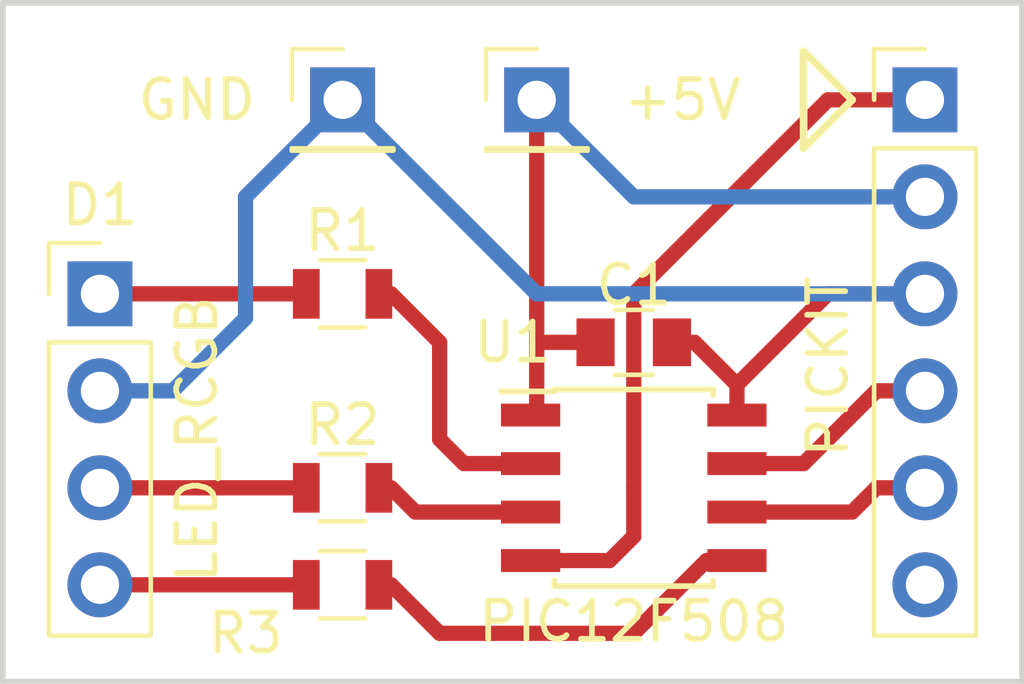
<source format=kicad_pcb>
(kicad_pcb (version 4) (host pcbnew 4.0.6)

  (general
    (links 16)
    (no_connects 0)
    (area 128.194999 95.174999 155.015001 113.105001)
    (thickness 1.6)
    (drawings 7)
    (tracks 45)
    (zones 0)
    (modules 9)
    (nets 12)
  )

  (page A4)
  (layers
    (0 F.Cu signal)
    (31 B.Cu signal)
    (32 B.Adhes user)
    (33 F.Adhes user)
    (34 B.Paste user)
    (35 F.Paste user)
    (36 B.SilkS user)
    (37 F.SilkS user)
    (38 B.Mask user)
    (39 F.Mask user)
    (40 Dwgs.User user)
    (41 Cmts.User user)
    (42 Eco1.User user)
    (43 Eco2.User user)
    (44 Edge.Cuts user)
    (45 Margin user)
    (46 B.CrtYd user)
    (47 F.CrtYd user)
    (48 B.Fab user)
    (49 F.Fab user)
  )

  (setup
    (last_trace_width 0.25)
    (user_trace_width 0.4)
    (trace_clearance 0.2)
    (zone_clearance 0.508)
    (zone_45_only no)
    (trace_min 0.2)
    (segment_width 0.2)
    (edge_width 0.15)
    (via_size 0.6)
    (via_drill 0.4)
    (via_min_size 0.4)
    (via_min_drill 0.3)
    (uvia_size 0.3)
    (uvia_drill 0.1)
    (uvias_allowed no)
    (uvia_min_size 0.2)
    (uvia_min_drill 0.1)
    (pcb_text_width 0.3)
    (pcb_text_size 1.5 1.5)
    (mod_edge_width 0.15)
    (mod_text_size 1 1)
    (mod_text_width 0.15)
    (pad_size 1.524 1.524)
    (pad_drill 0.762)
    (pad_to_mask_clearance 0.2)
    (aux_axis_origin 0 0)
    (visible_elements FFFFFF7F)
    (pcbplotparams
      (layerselection 0x00030_80000001)
      (usegerberextensions false)
      (excludeedgelayer true)
      (linewidth 0.100000)
      (plotframeref false)
      (viasonmask false)
      (mode 1)
      (useauxorigin false)
      (hpglpennumber 1)
      (hpglpenspeed 20)
      (hpglpendiameter 15)
      (hpglpenoverlay 2)
      (psnegative false)
      (psa4output false)
      (plotreference true)
      (plotvalue true)
      (plotinvisibletext false)
      (padsonsilk false)
      (subtractmaskfromsilk false)
      (outputformat 1)
      (mirror false)
      (drillshape 1)
      (scaleselection 1)
      (outputdirectory ""))
  )

  (net 0 "")
  (net 1 "Net-(D1-Pad1)")
  (net 2 GND)
  (net 3 "Net-(D1-Pad3)")
  (net 4 "Net-(D1-Pad4)")
  (net 5 "Net-(J1-Pad1)")
  (net 6 +5V)
  (net 7 "Net-(J1-Pad4)")
  (net 8 "Net-(J1-Pad5)")
  (net 9 "Net-(R1-Pad2)")
  (net 10 "Net-(R2-Pad2)")
  (net 11 "Net-(R3-Pad2)")

  (net_class Default "This is the default net class."
    (clearance 0.2)
    (trace_width 0.25)
    (via_dia 0.6)
    (via_drill 0.4)
    (uvia_dia 0.3)
    (uvia_drill 0.1)
    (add_net +5V)
    (add_net GND)
    (add_net "Net-(D1-Pad1)")
    (add_net "Net-(D1-Pad3)")
    (add_net "Net-(D1-Pad4)")
    (add_net "Net-(J1-Pad1)")
    (add_net "Net-(J1-Pad4)")
    (add_net "Net-(J1-Pad5)")
    (add_net "Net-(R1-Pad2)")
    (add_net "Net-(R2-Pad2)")
    (add_net "Net-(R3-Pad2)")
  )

  (module Pin_Headers:Pin_Header_Straight_1x04_Pitch2.54mm (layer F.Cu) (tedit 59542D65) (tstamp 59542C74)
    (at 130.81 102.87)
    (descr "Through hole straight pin header, 1x04, 2.54mm pitch, single row")
    (tags "Through hole pin header THT 1x04 2.54mm single row")
    (path /59542C8A)
    (fp_text reference D1 (at 0 -2.33) (layer F.SilkS)
      (effects (font (size 1 1) (thickness 0.15)))
    )
    (fp_text value LED_RCGB (at 2.54 3.81 270) (layer F.SilkS)
      (effects (font (size 1 1) (thickness 0.15)))
    )
    (fp_line (start -1.27 -1.27) (end -1.27 8.89) (layer F.Fab) (width 0.1))
    (fp_line (start -1.27 8.89) (end 1.27 8.89) (layer F.Fab) (width 0.1))
    (fp_line (start 1.27 8.89) (end 1.27 -1.27) (layer F.Fab) (width 0.1))
    (fp_line (start 1.27 -1.27) (end -1.27 -1.27) (layer F.Fab) (width 0.1))
    (fp_line (start -1.33 1.27) (end -1.33 8.95) (layer F.SilkS) (width 0.12))
    (fp_line (start -1.33 8.95) (end 1.33 8.95) (layer F.SilkS) (width 0.12))
    (fp_line (start 1.33 8.95) (end 1.33 1.27) (layer F.SilkS) (width 0.12))
    (fp_line (start 1.33 1.27) (end -1.33 1.27) (layer F.SilkS) (width 0.12))
    (fp_line (start -1.33 0) (end -1.33 -1.33) (layer F.SilkS) (width 0.12))
    (fp_line (start -1.33 -1.33) (end 0 -1.33) (layer F.SilkS) (width 0.12))
    (fp_line (start -1.8 -1.8) (end -1.8 9.4) (layer F.CrtYd) (width 0.05))
    (fp_line (start -1.8 9.4) (end 1.8 9.4) (layer F.CrtYd) (width 0.05))
    (fp_line (start 1.8 9.4) (end 1.8 -1.8) (layer F.CrtYd) (width 0.05))
    (fp_line (start 1.8 -1.8) (end -1.8 -1.8) (layer F.CrtYd) (width 0.05))
    (fp_text user %R (at 0 -2.33) (layer F.Fab)
      (effects (font (size 1 1) (thickness 0.15)))
    )
    (pad 1 thru_hole rect (at 0 0) (size 1.7 1.7) (drill 1) (layers *.Cu *.Mask)
      (net 1 "Net-(D1-Pad1)"))
    (pad 2 thru_hole oval (at 0 2.54) (size 1.7 1.7) (drill 1) (layers *.Cu *.Mask)
      (net 2 GND))
    (pad 3 thru_hole oval (at 0 5.08) (size 1.7 1.7) (drill 1) (layers *.Cu *.Mask)
      (net 3 "Net-(D1-Pad3)"))
    (pad 4 thru_hole oval (at 0 7.62) (size 1.7 1.7) (drill 1) (layers *.Cu *.Mask)
      (net 4 "Net-(D1-Pad4)"))
    (model ${KISYS3DMOD}/Pin_Headers.3dshapes/Pin_Header_Straight_1x04_Pitch2.54mm.wrl
      (at (xyz 0 -0.15 0))
      (scale (xyz 1 1 1))
      (rotate (xyz 0 0 90))
    )
  )

  (module Pin_Headers:Pin_Header_Straight_1x06_Pitch2.54mm (layer F.Cu) (tedit 59542FE8) (tstamp 59542C7E)
    (at 152.4 97.79)
    (descr "Through hole straight pin header, 1x06, 2.54mm pitch, single row")
    (tags "Through hole pin header THT 1x06 2.54mm single row")
    (path /59542B6E)
    (fp_text reference J1 (at 0 -2.33) (layer F.SilkS) hide
      (effects (font (size 1 1) (thickness 0.15)))
    )
    (fp_text value PICKIT (at -2.54 6.985 270) (layer F.SilkS)
      (effects (font (size 1 1) (thickness 0.15)))
    )
    (fp_line (start -1.27 -1.27) (end -1.27 13.97) (layer F.Fab) (width 0.1))
    (fp_line (start -1.27 13.97) (end 1.27 13.97) (layer F.Fab) (width 0.1))
    (fp_line (start 1.27 13.97) (end 1.27 -1.27) (layer F.Fab) (width 0.1))
    (fp_line (start 1.27 -1.27) (end -1.27 -1.27) (layer F.Fab) (width 0.1))
    (fp_line (start -1.33 1.27) (end -1.33 14.03) (layer F.SilkS) (width 0.12))
    (fp_line (start -1.33 14.03) (end 1.33 14.03) (layer F.SilkS) (width 0.12))
    (fp_line (start 1.33 14.03) (end 1.33 1.27) (layer F.SilkS) (width 0.12))
    (fp_line (start 1.33 1.27) (end -1.33 1.27) (layer F.SilkS) (width 0.12))
    (fp_line (start -1.33 0) (end -1.33 -1.33) (layer F.SilkS) (width 0.12))
    (fp_line (start -1.33 -1.33) (end 0 -1.33) (layer F.SilkS) (width 0.12))
    (fp_line (start -1.8 -1.8) (end -1.8 14.5) (layer F.CrtYd) (width 0.05))
    (fp_line (start -1.8 14.5) (end 1.8 14.5) (layer F.CrtYd) (width 0.05))
    (fp_line (start 1.8 14.5) (end 1.8 -1.8) (layer F.CrtYd) (width 0.05))
    (fp_line (start 1.8 -1.8) (end -1.8 -1.8) (layer F.CrtYd) (width 0.05))
    (fp_text user %R (at 0 -2.33) (layer F.Fab) hide
      (effects (font (size 1 1) (thickness 0.15)))
    )
    (pad 1 thru_hole rect (at 0 0) (size 1.7 1.7) (drill 1) (layers *.Cu *.Mask)
      (net 5 "Net-(J1-Pad1)"))
    (pad 2 thru_hole oval (at 0 2.54) (size 1.7 1.7) (drill 1) (layers *.Cu *.Mask)
      (net 6 +5V))
    (pad 3 thru_hole oval (at 0 5.08) (size 1.7 1.7) (drill 1) (layers *.Cu *.Mask)
      (net 2 GND))
    (pad 4 thru_hole oval (at 0 7.62) (size 1.7 1.7) (drill 1) (layers *.Cu *.Mask)
      (net 7 "Net-(J1-Pad4)"))
    (pad 5 thru_hole oval (at 0 10.16) (size 1.7 1.7) (drill 1) (layers *.Cu *.Mask)
      (net 8 "Net-(J1-Pad5)"))
    (pad 6 thru_hole oval (at 0 12.7) (size 1.7 1.7) (drill 1) (layers *.Cu *.Mask))
    (model ${KISYS3DMOD}/Pin_Headers.3dshapes/Pin_Header_Straight_1x06_Pitch2.54mm.wrl
      (at (xyz 0 -0.25 0))
      (scale (xyz 1 1 1))
      (rotate (xyz 0 0 90))
    )
  )

  (module Pin_Headers:Pin_Header_Straight_1x01_Pitch2.54mm (layer F.Cu) (tedit 59543091) (tstamp 59542C83)
    (at 142.24 97.79)
    (descr "Through hole straight pin header, 1x01, 2.54mm pitch, single row")
    (tags "Through hole pin header THT 1x01 2.54mm single row")
    (path /59543043)
    (fp_text reference J2 (at 0 -2.33) (layer F.SilkS) hide
      (effects (font (size 1 1) (thickness 0.15)))
    )
    (fp_text value +5V (at 3.81 0) (layer F.SilkS)
      (effects (font (size 1 1) (thickness 0.15)))
    )
    (fp_line (start -1.27 -1.27) (end -1.27 1.27) (layer F.Fab) (width 0.1))
    (fp_line (start -1.27 1.27) (end 1.27 1.27) (layer F.Fab) (width 0.1))
    (fp_line (start 1.27 1.27) (end 1.27 -1.27) (layer F.Fab) (width 0.1))
    (fp_line (start 1.27 -1.27) (end -1.27 -1.27) (layer F.Fab) (width 0.1))
    (fp_line (start -1.33 1.27) (end -1.33 1.33) (layer F.SilkS) (width 0.12))
    (fp_line (start -1.33 1.33) (end 1.33 1.33) (layer F.SilkS) (width 0.12))
    (fp_line (start 1.33 1.33) (end 1.33 1.27) (layer F.SilkS) (width 0.12))
    (fp_line (start 1.33 1.27) (end -1.33 1.27) (layer F.SilkS) (width 0.12))
    (fp_line (start -1.33 0) (end -1.33 -1.33) (layer F.SilkS) (width 0.12))
    (fp_line (start -1.33 -1.33) (end 0 -1.33) (layer F.SilkS) (width 0.12))
    (fp_line (start -1.8 -1.8) (end -1.8 1.8) (layer F.CrtYd) (width 0.05))
    (fp_line (start -1.8 1.8) (end 1.8 1.8) (layer F.CrtYd) (width 0.05))
    (fp_line (start 1.8 1.8) (end 1.8 -1.8) (layer F.CrtYd) (width 0.05))
    (fp_line (start 1.8 -1.8) (end -1.8 -1.8) (layer F.CrtYd) (width 0.05))
    (fp_text user %R (at 0 -2.33) (layer F.Fab) hide
      (effects (font (size 1 1) (thickness 0.15)))
    )
    (pad 1 thru_hole rect (at 0 0) (size 1.7 1.7) (drill 1) (layers *.Cu *.Mask)
      (net 6 +5V))
    (model ${KISYS3DMOD}/Pin_Headers.3dshapes/Pin_Header_Straight_1x01_Pitch2.54mm.wrl
      (at (xyz 0 0 0))
      (scale (xyz 1 1 1))
      (rotate (xyz 0 0 90))
    )
  )

  (module Pin_Headers:Pin_Header_Straight_1x01_Pitch2.54mm (layer F.Cu) (tedit 59543094) (tstamp 59542C88)
    (at 137.16 97.79)
    (descr "Through hole straight pin header, 1x01, 2.54mm pitch, single row")
    (tags "Through hole pin header THT 1x01 2.54mm single row")
    (path /59542FE7)
    (fp_text reference J3 (at 0 -2.33) (layer F.SilkS) hide
      (effects (font (size 1 1) (thickness 0.15)))
    )
    (fp_text value GND (at -3.81 0) (layer F.SilkS)
      (effects (font (size 1 1) (thickness 0.15)))
    )
    (fp_line (start -1.27 -1.27) (end -1.27 1.27) (layer F.Fab) (width 0.1))
    (fp_line (start -1.27 1.27) (end 1.27 1.27) (layer F.Fab) (width 0.1))
    (fp_line (start 1.27 1.27) (end 1.27 -1.27) (layer F.Fab) (width 0.1))
    (fp_line (start 1.27 -1.27) (end -1.27 -1.27) (layer F.Fab) (width 0.1))
    (fp_line (start -1.33 1.27) (end -1.33 1.33) (layer F.SilkS) (width 0.12))
    (fp_line (start -1.33 1.33) (end 1.33 1.33) (layer F.SilkS) (width 0.12))
    (fp_line (start 1.33 1.33) (end 1.33 1.27) (layer F.SilkS) (width 0.12))
    (fp_line (start 1.33 1.27) (end -1.33 1.27) (layer F.SilkS) (width 0.12))
    (fp_line (start -1.33 0) (end -1.33 -1.33) (layer F.SilkS) (width 0.12))
    (fp_line (start -1.33 -1.33) (end 0 -1.33) (layer F.SilkS) (width 0.12))
    (fp_line (start -1.8 -1.8) (end -1.8 1.8) (layer F.CrtYd) (width 0.05))
    (fp_line (start -1.8 1.8) (end 1.8 1.8) (layer F.CrtYd) (width 0.05))
    (fp_line (start 1.8 1.8) (end 1.8 -1.8) (layer F.CrtYd) (width 0.05))
    (fp_line (start 1.8 -1.8) (end -1.8 -1.8) (layer F.CrtYd) (width 0.05))
    (fp_text user %R (at 0 -2.33) (layer F.Fab) hide
      (effects (font (size 1 1) (thickness 0.15)))
    )
    (pad 1 thru_hole rect (at 0 0) (size 1.7 1.7) (drill 1) (layers *.Cu *.Mask)
      (net 2 GND))
    (model ${KISYS3DMOD}/Pin_Headers.3dshapes/Pin_Header_Straight_1x01_Pitch2.54mm.wrl
      (at (xyz 0 0 0))
      (scale (xyz 1 1 1))
      (rotate (xyz 0 0 90))
    )
  )

  (module Resistors_SMD:R_0805 (layer F.Cu) (tedit 58E0A804) (tstamp 59542C8E)
    (at 137.16 102.87)
    (descr "Resistor SMD 0805, reflow soldering, Vishay (see dcrcw.pdf)")
    (tags "resistor 0805")
    (path /59542D4B)
    (attr smd)
    (fp_text reference R1 (at 0 -1.65) (layer F.SilkS)
      (effects (font (size 1 1) (thickness 0.15)))
    )
    (fp_text value 680 (at 0 1.75) (layer F.Fab)
      (effects (font (size 1 1) (thickness 0.15)))
    )
    (fp_text user %R (at 0 0) (layer F.Fab)
      (effects (font (size 0.5 0.5) (thickness 0.075)))
    )
    (fp_line (start -1 0.62) (end -1 -0.62) (layer F.Fab) (width 0.1))
    (fp_line (start 1 0.62) (end -1 0.62) (layer F.Fab) (width 0.1))
    (fp_line (start 1 -0.62) (end 1 0.62) (layer F.Fab) (width 0.1))
    (fp_line (start -1 -0.62) (end 1 -0.62) (layer F.Fab) (width 0.1))
    (fp_line (start 0.6 0.88) (end -0.6 0.88) (layer F.SilkS) (width 0.12))
    (fp_line (start -0.6 -0.88) (end 0.6 -0.88) (layer F.SilkS) (width 0.12))
    (fp_line (start -1.55 -0.9) (end 1.55 -0.9) (layer F.CrtYd) (width 0.05))
    (fp_line (start -1.55 -0.9) (end -1.55 0.9) (layer F.CrtYd) (width 0.05))
    (fp_line (start 1.55 0.9) (end 1.55 -0.9) (layer F.CrtYd) (width 0.05))
    (fp_line (start 1.55 0.9) (end -1.55 0.9) (layer F.CrtYd) (width 0.05))
    (pad 1 smd rect (at -0.95 0) (size 0.7 1.3) (layers F.Cu F.Paste F.Mask)
      (net 1 "Net-(D1-Pad1)"))
    (pad 2 smd rect (at 0.95 0) (size 0.7 1.3) (layers F.Cu F.Paste F.Mask)
      (net 9 "Net-(R1-Pad2)"))
    (model ${KISYS3DMOD}/Resistors_SMD.3dshapes/R_0805.wrl
      (at (xyz 0 0 0))
      (scale (xyz 1 1 1))
      (rotate (xyz 0 0 0))
    )
  )

  (module Resistors_SMD:R_0805 (layer F.Cu) (tedit 58E0A804) (tstamp 59542C94)
    (at 137.16 107.95)
    (descr "Resistor SMD 0805, reflow soldering, Vishay (see dcrcw.pdf)")
    (tags "resistor 0805")
    (path /59542DCC)
    (attr smd)
    (fp_text reference R2 (at 0 -1.65) (layer F.SilkS)
      (effects (font (size 1 1) (thickness 0.15)))
    )
    (fp_text value "12 k" (at 0 1.75) (layer F.Fab)
      (effects (font (size 1 1) (thickness 0.15)))
    )
    (fp_text user %R (at 0 0) (layer F.Fab)
      (effects (font (size 0.5 0.5) (thickness 0.075)))
    )
    (fp_line (start -1 0.62) (end -1 -0.62) (layer F.Fab) (width 0.1))
    (fp_line (start 1 0.62) (end -1 0.62) (layer F.Fab) (width 0.1))
    (fp_line (start 1 -0.62) (end 1 0.62) (layer F.Fab) (width 0.1))
    (fp_line (start -1 -0.62) (end 1 -0.62) (layer F.Fab) (width 0.1))
    (fp_line (start 0.6 0.88) (end -0.6 0.88) (layer F.SilkS) (width 0.12))
    (fp_line (start -0.6 -0.88) (end 0.6 -0.88) (layer F.SilkS) (width 0.12))
    (fp_line (start -1.55 -0.9) (end 1.55 -0.9) (layer F.CrtYd) (width 0.05))
    (fp_line (start -1.55 -0.9) (end -1.55 0.9) (layer F.CrtYd) (width 0.05))
    (fp_line (start 1.55 0.9) (end 1.55 -0.9) (layer F.CrtYd) (width 0.05))
    (fp_line (start 1.55 0.9) (end -1.55 0.9) (layer F.CrtYd) (width 0.05))
    (pad 1 smd rect (at -0.95 0) (size 0.7 1.3) (layers F.Cu F.Paste F.Mask)
      (net 3 "Net-(D1-Pad3)"))
    (pad 2 smd rect (at 0.95 0) (size 0.7 1.3) (layers F.Cu F.Paste F.Mask)
      (net 10 "Net-(R2-Pad2)"))
    (model ${KISYS3DMOD}/Resistors_SMD.3dshapes/R_0805.wrl
      (at (xyz 0 0 0))
      (scale (xyz 1 1 1))
      (rotate (xyz 0 0 0))
    )
  )

  (module Resistors_SMD:R_0805 (layer F.Cu) (tedit 59542F6F) (tstamp 59542C9A)
    (at 137.16 110.49)
    (descr "Resistor SMD 0805, reflow soldering, Vishay (see dcrcw.pdf)")
    (tags "resistor 0805")
    (path /59542DEF)
    (attr smd)
    (fp_text reference R3 (at -2.54 1.27) (layer F.SilkS)
      (effects (font (size 1 1) (thickness 0.15)))
    )
    (fp_text value "1.5 k" (at 0 1.75) (layer F.Fab)
      (effects (font (size 1 1) (thickness 0.15)))
    )
    (fp_text user %R (at 0 0) (layer F.Fab)
      (effects (font (size 0.5 0.5) (thickness 0.075)))
    )
    (fp_line (start -1 0.62) (end -1 -0.62) (layer F.Fab) (width 0.1))
    (fp_line (start 1 0.62) (end -1 0.62) (layer F.Fab) (width 0.1))
    (fp_line (start 1 -0.62) (end 1 0.62) (layer F.Fab) (width 0.1))
    (fp_line (start -1 -0.62) (end 1 -0.62) (layer F.Fab) (width 0.1))
    (fp_line (start 0.6 0.88) (end -0.6 0.88) (layer F.SilkS) (width 0.12))
    (fp_line (start -0.6 -0.88) (end 0.6 -0.88) (layer F.SilkS) (width 0.12))
    (fp_line (start -1.55 -0.9) (end 1.55 -0.9) (layer F.CrtYd) (width 0.05))
    (fp_line (start -1.55 -0.9) (end -1.55 0.9) (layer F.CrtYd) (width 0.05))
    (fp_line (start 1.55 0.9) (end 1.55 -0.9) (layer F.CrtYd) (width 0.05))
    (fp_line (start 1.55 0.9) (end -1.55 0.9) (layer F.CrtYd) (width 0.05))
    (pad 1 smd rect (at -0.95 0) (size 0.7 1.3) (layers F.Cu F.Paste F.Mask)
      (net 4 "Net-(D1-Pad4)"))
    (pad 2 smd rect (at 0.95 0) (size 0.7 1.3) (layers F.Cu F.Paste F.Mask)
      (net 11 "Net-(R3-Pad2)"))
    (model ${KISYS3DMOD}/Resistors_SMD.3dshapes/R_0805.wrl
      (at (xyz 0 0 0))
      (scale (xyz 1 1 1))
      (rotate (xyz 0 0 0))
    )
  )

  (module Housings_SOIC:SOIC-8_3.9x4.9mm_Pitch1.27mm (layer F.Cu) (tedit 5954324E) (tstamp 59542CA6)
    (at 144.78 107.95)
    (descr "8-Lead Plastic Small Outline (SN) - Narrow, 3.90 mm Body [SOIC] (see Microchip Packaging Specification 00000049BS.pdf)")
    (tags "SOIC 1.27")
    (path /59542AD9)
    (attr smd)
    (fp_text reference U1 (at -3.175 -3.81) (layer F.SilkS)
      (effects (font (size 1 1) (thickness 0.15)))
    )
    (fp_text value PIC12F508 (at 0 3.5) (layer F.SilkS)
      (effects (font (size 1 1) (thickness 0.15)))
    )
    (fp_text user %R (at 0 0) (layer F.Fab)
      (effects (font (size 1 1) (thickness 0.15)))
    )
    (fp_line (start -0.95 -2.45) (end 1.95 -2.45) (layer F.Fab) (width 0.1))
    (fp_line (start 1.95 -2.45) (end 1.95 2.45) (layer F.Fab) (width 0.1))
    (fp_line (start 1.95 2.45) (end -1.95 2.45) (layer F.Fab) (width 0.1))
    (fp_line (start -1.95 2.45) (end -1.95 -1.45) (layer F.Fab) (width 0.1))
    (fp_line (start -1.95 -1.45) (end -0.95 -2.45) (layer F.Fab) (width 0.1))
    (fp_line (start -3.73 -2.7) (end -3.73 2.7) (layer F.CrtYd) (width 0.05))
    (fp_line (start 3.73 -2.7) (end 3.73 2.7) (layer F.CrtYd) (width 0.05))
    (fp_line (start -3.73 -2.7) (end 3.73 -2.7) (layer F.CrtYd) (width 0.05))
    (fp_line (start -3.73 2.7) (end 3.73 2.7) (layer F.CrtYd) (width 0.05))
    (fp_line (start -2.075 -2.575) (end -2.075 -2.525) (layer F.SilkS) (width 0.15))
    (fp_line (start 2.075 -2.575) (end 2.075 -2.43) (layer F.SilkS) (width 0.15))
    (fp_line (start 2.075 2.575) (end 2.075 2.43) (layer F.SilkS) (width 0.15))
    (fp_line (start -2.075 2.575) (end -2.075 2.43) (layer F.SilkS) (width 0.15))
    (fp_line (start -2.075 -2.575) (end 2.075 -2.575) (layer F.SilkS) (width 0.15))
    (fp_line (start -2.075 2.575) (end 2.075 2.575) (layer F.SilkS) (width 0.15))
    (fp_line (start -2.075 -2.525) (end -3.475 -2.525) (layer F.SilkS) (width 0.15))
    (pad 1 smd rect (at -2.7 -1.905) (size 1.55 0.6) (layers F.Cu F.Paste F.Mask)
      (net 6 +5V))
    (pad 2 smd rect (at -2.7 -0.635) (size 1.55 0.6) (layers F.Cu F.Paste F.Mask)
      (net 9 "Net-(R1-Pad2)"))
    (pad 3 smd rect (at -2.7 0.635) (size 1.55 0.6) (layers F.Cu F.Paste F.Mask)
      (net 10 "Net-(R2-Pad2)"))
    (pad 4 smd rect (at -2.7 1.905) (size 1.55 0.6) (layers F.Cu F.Paste F.Mask)
      (net 5 "Net-(J1-Pad1)"))
    (pad 5 smd rect (at 2.7 1.905) (size 1.55 0.6) (layers F.Cu F.Paste F.Mask)
      (net 11 "Net-(R3-Pad2)"))
    (pad 6 smd rect (at 2.7 0.635) (size 1.55 0.6) (layers F.Cu F.Paste F.Mask)
      (net 8 "Net-(J1-Pad5)"))
    (pad 7 smd rect (at 2.7 -0.635) (size 1.55 0.6) (layers F.Cu F.Paste F.Mask)
      (net 7 "Net-(J1-Pad4)"))
    (pad 8 smd rect (at 2.7 -1.905) (size 1.55 0.6) (layers F.Cu F.Paste F.Mask)
      (net 2 GND))
    (model Housings_SOIC.3dshapes/SOIC-8_3.9x4.9mm_Pitch1.27mm.wrl
      (at (xyz 0 0 0))
      (scale (xyz 1 1 1))
      (rotate (xyz 0 0 0))
    )
  )

  (module Capacitors_SMD:C_0805 (layer F.Cu) (tedit 58AA8463) (tstamp 595431F9)
    (at 144.78 104.14)
    (descr "Capacitor SMD 0805, reflow soldering, AVX (see smccp.pdf)")
    (tags "capacitor 0805")
    (path /595432F0)
    (attr smd)
    (fp_text reference C1 (at 0 -1.5) (layer F.SilkS)
      (effects (font (size 1 1) (thickness 0.15)))
    )
    (fp_text value "100 nF" (at 0 1.75) (layer F.Fab)
      (effects (font (size 1 1) (thickness 0.15)))
    )
    (fp_text user %R (at 0 -1.5) (layer F.Fab)
      (effects (font (size 1 1) (thickness 0.15)))
    )
    (fp_line (start -1 0.62) (end -1 -0.62) (layer F.Fab) (width 0.1))
    (fp_line (start 1 0.62) (end -1 0.62) (layer F.Fab) (width 0.1))
    (fp_line (start 1 -0.62) (end 1 0.62) (layer F.Fab) (width 0.1))
    (fp_line (start -1 -0.62) (end 1 -0.62) (layer F.Fab) (width 0.1))
    (fp_line (start 0.5 -0.85) (end -0.5 -0.85) (layer F.SilkS) (width 0.12))
    (fp_line (start -0.5 0.85) (end 0.5 0.85) (layer F.SilkS) (width 0.12))
    (fp_line (start -1.75 -0.88) (end 1.75 -0.88) (layer F.CrtYd) (width 0.05))
    (fp_line (start -1.75 -0.88) (end -1.75 0.87) (layer F.CrtYd) (width 0.05))
    (fp_line (start 1.75 0.87) (end 1.75 -0.88) (layer F.CrtYd) (width 0.05))
    (fp_line (start 1.75 0.87) (end -1.75 0.87) (layer F.CrtYd) (width 0.05))
    (pad 1 smd rect (at -1 0) (size 1 1.25) (layers F.Cu F.Paste F.Mask)
      (net 6 +5V))
    (pad 2 smd rect (at 1 0) (size 1 1.25) (layers F.Cu F.Paste F.Mask)
      (net 2 GND))
    (model Capacitors_SMD.3dshapes/C_0805.wrl
      (at (xyz 0 0 0))
      (scale (xyz 1 1 1))
      (rotate (xyz 0 0 0))
    )
  )

  (gr_line (start 154.94 95.25) (end 154.94 113.03) (angle 90) (layer Edge.Cuts) (width 0.15))
  (gr_line (start 128.27 95.25) (end 128.27 113.03) (angle 90) (layer Edge.Cuts) (width 0.15))
  (gr_line (start 149.225 96.52) (end 149.225 99.06) (angle 90) (layer F.SilkS) (width 0.2))
  (gr_line (start 150.495 97.79) (end 149.225 96.52) (angle 90) (layer F.SilkS) (width 0.2))
  (gr_line (start 149.225 99.06) (end 150.495 97.79) (angle 90) (layer F.SilkS) (width 0.2))
  (gr_line (start 154.94 113.03) (end 128.27 113.03) (angle 90) (layer Edge.Cuts) (width 0.15))
  (gr_line (start 128.27 95.25) (end 154.94 95.25) (angle 90) (layer Edge.Cuts) (width 0.15))

  (segment (start 136.21 102.87) (end 130.81 102.87) (width 0.4) (layer F.Cu) (net 1))
  (segment (start 145.78 104.14) (end 146.37 104.14) (width 0.4) (layer F.Cu) (net 2))
  (segment (start 146.37 104.14) (end 147.48 105.25) (width 0.4) (layer F.Cu) (net 2) (tstamp 59543221))
  (segment (start 130.81 105.41) (end 132.715 105.41) (width 0.4) (layer B.Cu) (net 2))
  (segment (start 134.62 100.33) (end 137.16 97.79) (width 0.4) (layer B.Cu) (net 2) (tstamp 595430DF))
  (segment (start 134.62 103.505) (end 134.62 100.33) (width 0.4) (layer B.Cu) (net 2) (tstamp 595430DD))
  (segment (start 132.715 105.41) (end 134.62 103.505) (width 0.4) (layer B.Cu) (net 2) (tstamp 595430DB))
  (segment (start 152.4 102.87) (end 142.24 102.87) (width 0.4) (layer B.Cu) (net 2))
  (segment (start 142.24 102.87) (end 137.16 97.79) (width 0.4) (layer B.Cu) (net 2) (tstamp 595430C5))
  (segment (start 147.48 106.045) (end 147.48 105.25) (width 0.4) (layer F.Cu) (net 2))
  (segment (start 149.86 102.87) (end 152.4 102.87) (width 0.4) (layer F.Cu) (net 2) (tstamp 59542E72))
  (segment (start 147.48 105.25) (end 149.86 102.87) (width 0.4) (layer F.Cu) (net 2) (tstamp 59542E6D))
  (segment (start 136.21 107.95) (end 130.81 107.95) (width 0.4) (layer F.Cu) (net 3))
  (segment (start 136.21 110.49) (end 130.81 110.49) (width 0.4) (layer F.Cu) (net 4))
  (segment (start 152.4 97.79) (end 149.86 97.79) (width 0.4) (layer F.Cu) (net 5))
  (segment (start 144.145 109.855) (end 142.08 109.855) (width 0.4) (layer F.Cu) (net 5) (tstamp 59542EE1))
  (segment (start 144.78 109.22) (end 144.145 109.855) (width 0.4) (layer F.Cu) (net 5) (tstamp 59542EDD))
  (segment (start 144.78 107.95) (end 144.78 109.22) (width 0.4) (layer F.Cu) (net 5) (tstamp 59542EDA))
  (segment (start 144.78 102.87) (end 144.78 107.95) (width 0.4) (layer F.Cu) (net 5) (tstamp 59542ED7))
  (segment (start 149.86 97.79) (end 144.78 102.87) (width 0.4) (layer F.Cu) (net 5) (tstamp 59542ECF))
  (segment (start 143.78 104.14) (end 142.24 104.14) (width 0.4) (layer F.Cu) (net 6))
  (segment (start 142.24 97.79) (end 142.24 104.14) (width 0.4) (layer F.Cu) (net 6))
  (segment (start 142.24 104.14) (end 142.24 105.885) (width 0.4) (layer F.Cu) (net 6) (tstamp 5954321F))
  (segment (start 142.24 105.885) (end 142.08 106.045) (width 0.4) (layer F.Cu) (net 6) (tstamp 595430D4))
  (segment (start 152.4 100.33) (end 144.78 100.33) (width 0.4) (layer B.Cu) (net 6))
  (segment (start 144.78 100.33) (end 142.24 97.79) (width 0.4) (layer B.Cu) (net 6) (tstamp 595430B5))
  (segment (start 147.48 107.315) (end 149.225 107.315) (width 0.4) (layer F.Cu) (net 7))
  (segment (start 151.13 105.41) (end 152.4 105.41) (width 0.4) (layer F.Cu) (net 7) (tstamp 59542DFF))
  (segment (start 149.225 107.315) (end 151.13 105.41) (width 0.4) (layer F.Cu) (net 7) (tstamp 59542DFD))
  (segment (start 147.48 108.585) (end 150.495 108.585) (width 0.4) (layer F.Cu) (net 8))
  (segment (start 151.13 107.95) (end 152.4 107.95) (width 0.4) (layer F.Cu) (net 8) (tstamp 59542DFA))
  (segment (start 150.495 108.585) (end 151.13 107.95) (width 0.4) (layer F.Cu) (net 8) (tstamp 59542DF9))
  (segment (start 142.08 107.315) (end 140.335 107.315) (width 0.4) (layer F.Cu) (net 9))
  (segment (start 139.7 104.14) (end 138.43 102.87) (width 0.4) (layer F.Cu) (net 9) (tstamp 59542DEE))
  (segment (start 139.7 106.68) (end 139.7 104.14) (width 0.4) (layer F.Cu) (net 9) (tstamp 59542DED))
  (segment (start 140.335 107.315) (end 139.7 106.68) (width 0.4) (layer F.Cu) (net 9) (tstamp 59542DEC))
  (segment (start 138.43 102.87) (end 138.11 102.87) (width 0.4) (layer F.Cu) (net 9) (tstamp 59542DEF))
  (segment (start 142.08 108.585) (end 139.065 108.585) (width 0.4) (layer F.Cu) (net 10))
  (segment (start 139.065 108.585) (end 138.43 107.95) (width 0.4) (layer F.Cu) (net 10) (tstamp 59542DF2))
  (segment (start 138.43 107.95) (end 138.11 107.95) (width 0.4) (layer F.Cu) (net 10) (tstamp 59542DF3))
  (segment (start 147.48 109.855) (end 146.685 109.855) (width 0.4) (layer F.Cu) (net 11))
  (segment (start 139.7 111.76) (end 138.43 110.49) (width 0.4) (layer F.Cu) (net 11) (tstamp 59542E1A))
  (segment (start 144.78 111.76) (end 139.7 111.76) (width 0.4) (layer F.Cu) (net 11) (tstamp 59542E12))
  (segment (start 146.685 109.855) (end 144.78 111.76) (width 0.4) (layer F.Cu) (net 11) (tstamp 59542E0C))
  (segment (start 138.43 110.49) (end 138.11 110.49) (width 0.4) (layer F.Cu) (net 11) (tstamp 59542E1B))

)

</source>
